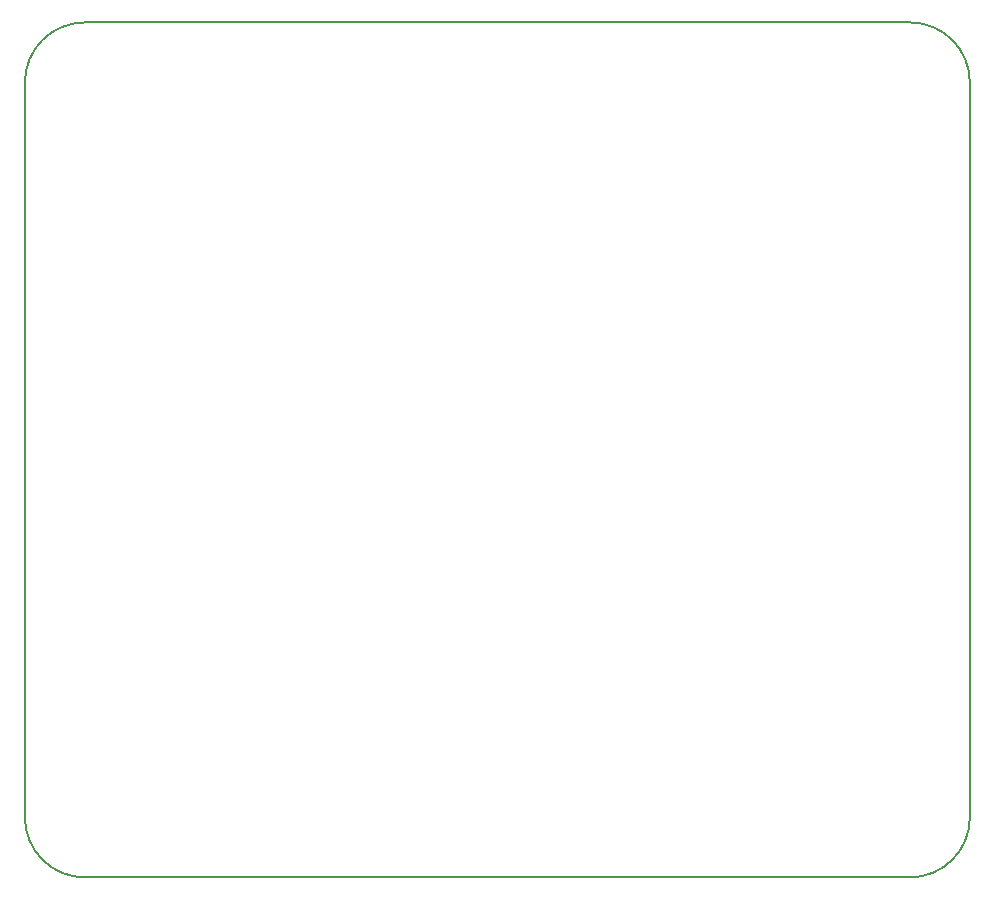
<source format=gbr>
G04 #@! TF.FileFunction,Profile,NP*
%FSLAX46Y46*%
G04 Gerber Fmt 4.6, Leading zero omitted, Abs format (unit mm)*
G04 Created by KiCad (PCBNEW 4.0.7) date Wed Apr 18 20:52:35 2018*
%MOMM*%
%LPD*%
G01*
G04 APERTURE LIST*
%ADD10C,0.100000*%
%ADD11C,0.200000*%
G04 APERTURE END LIST*
D10*
D11*
X40640000Y-23495000D02*
X110490000Y-23495000D01*
X35560000Y-90805000D02*
X35560000Y-28575000D01*
X40640000Y-95885000D02*
X110490000Y-95885000D01*
X115570000Y-28575000D02*
X115570000Y-90805000D01*
X110490000Y-95885000D02*
G75*
G03X115570000Y-90805000I0J5080000D01*
G01*
X35560000Y-90805000D02*
G75*
G03X40640000Y-95885000I5080000J0D01*
G01*
X40640000Y-23495000D02*
G75*
G03X35560000Y-28575000I0J-5080000D01*
G01*
X115570000Y-28575000D02*
G75*
G03X110490000Y-23495000I-5080000J0D01*
G01*
M02*

</source>
